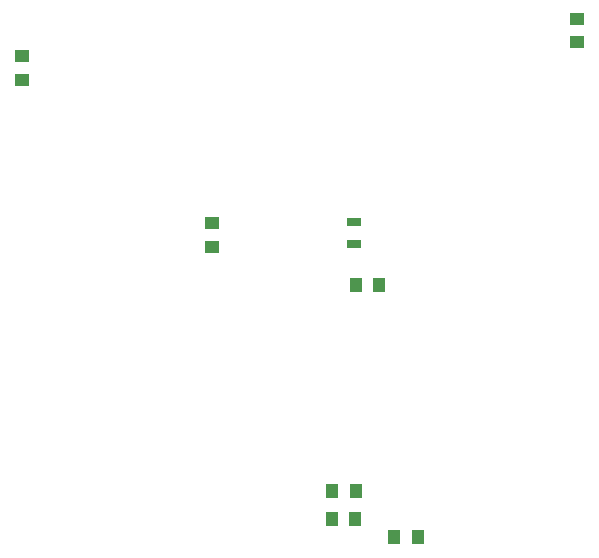
<source format=gbr>
G04 #@! TF.GenerationSoftware,KiCad,Pcbnew,5.0.0-rc2-dev-unknown-0ded476~63~ubuntu17.10.1*
G04 #@! TF.CreationDate,2018-04-08T11:22:16-07:00*
G04 #@! TF.ProjectId,Half_Shield,48616C665F536869656C642E6B696361,rev?*
G04 #@! TF.SameCoordinates,Original*
G04 #@! TF.FileFunction,Paste,Top*
G04 #@! TF.FilePolarity,Positive*
%FSLAX46Y46*%
G04 Gerber Fmt 4.6, Leading zero omitted, Abs format (unit mm)*
G04 Created by KiCad (PCBNEW 5.0.0-rc2-dev-unknown-0ded476~63~ubuntu17.10.1) date Sun Apr  8 11:22:16 2018*
%MOMM*%
%LPD*%
G01*
G04 APERTURE LIST*
%ADD10R,1.300000X0.700000*%
%ADD11R,1.000000X1.250000*%
%ADD12R,1.250000X1.000000*%
G04 APERTURE END LIST*
D10*
X145237200Y-59933800D03*
X145237200Y-61833800D03*
D11*
X150622000Y-86664800D03*
X148622000Y-86664800D03*
D12*
X117094000Y-47908400D03*
X117094000Y-45908400D03*
X164134800Y-44754800D03*
X164134800Y-42754800D03*
D11*
X145370800Y-65328800D03*
X147370800Y-65328800D03*
D12*
X133248400Y-60061600D03*
X133248400Y-62061600D03*
D11*
X145358205Y-85090000D03*
X143358205Y-85090000D03*
X145362205Y-82702400D03*
X143362205Y-82702400D03*
M02*

</source>
